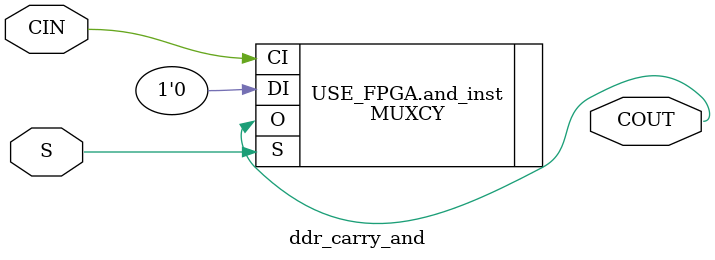
<source format=v>
`timescale 1ps/1ps


module ddr_carry_and #
  (
   parameter         C_FAMILY                         = "virtex6"
                       // FPGA Family. Current version: virtex6 or spartan6.
   )
  (
   input  wire        CIN,
   input  wire        S,
   output wire        COUT
   );
  
  
  /////////////////////////////////////////////////////////////////////////////
  // Variables for generating parameter controlled instances.
  /////////////////////////////////////////////////////////////////////////////
  
  
  /////////////////////////////////////////////////////////////////////////////
  // Local params
  /////////////////////////////////////////////////////////////////////////////
  
  
  /////////////////////////////////////////////////////////////////////////////
  // Functions
  /////////////////////////////////////////////////////////////////////////////
  
  
  /////////////////////////////////////////////////////////////////////////////
  // Internal signals
  /////////////////////////////////////////////////////////////////////////////

  
  /////////////////////////////////////////////////////////////////////////////
  // Instantiate or use RTL code
  /////////////////////////////////////////////////////////////////////////////
  
  generate
    if ( C_FAMILY == "rtl" ) begin : USE_RTL
      assign COUT = CIN & S;
      
    end else begin : USE_FPGA
      MUXCY and_inst 
      (
       .O (COUT), 
       .CI (CIN), 
       .DI (1'b0), 
       .S (S)
      ); 
      
    end
  endgenerate
  
  
endmodule


</source>
